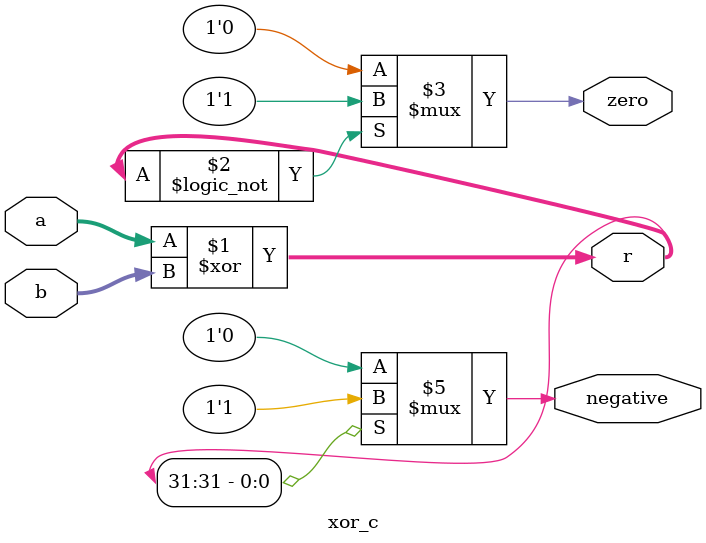
<source format=v>
`timescale 1ns / 1ps


module xor_c(a,b,r,zero,negative);
    input [31:0] a;
    input [31:0] b;
    output [31:0] r;
    output zero;
    output negative;

    assign r=a^b;
    assign zero=(r==0)?1'b1:1'b0;
    assign negative=(r[31]==32'h0000_0001)?1'b1:1'b0;    
endmodule

</source>
